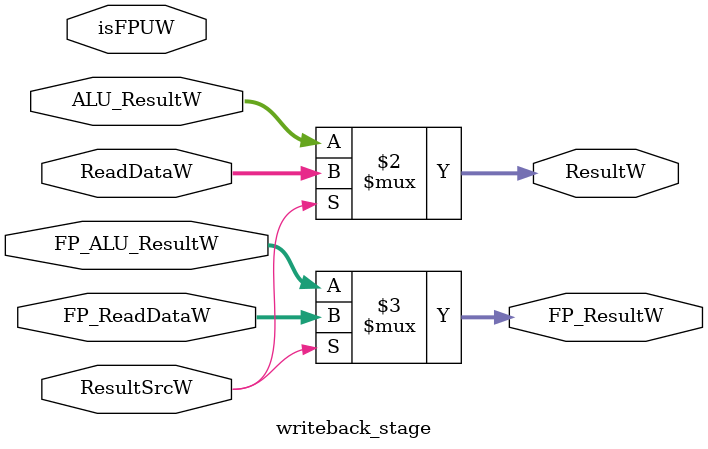
<source format=v>
module writeback_stage(
    input  wire       ResultSrcW,      // 0=ALU,1=MEM (from Main_Decoder/ResultSrc)
    input  wire       isFPUW,          // if true, we are writing FP result (to FP regfile)
    input  wire [31:0] ALU_ResultW,
    input  wire [31:0] ReadDataW,
    // floating point inputs
    input  wire [31:0] FP_ALU_ResultW,
    input  wire [31:0] FP_ReadDataW,

    output reg  [31:0] ResultW,        // integer result (to integer regfile)
    output reg  [31:0] FP_ResultW      // FP result (to FP regfile)
);
    // integer result select
    always @(*) begin
        ResultW = (ResultSrcW) ? ReadDataW : ALU_ResultW;
        // FP result selection: we use same ResultSrcW meaning MEM reads FP as well if ResultSrcW==1
        FP_ResultW = (ResultSrcW) ? FP_ReadDataW : FP_ALU_ResultW;
    end
endmodule

</source>
